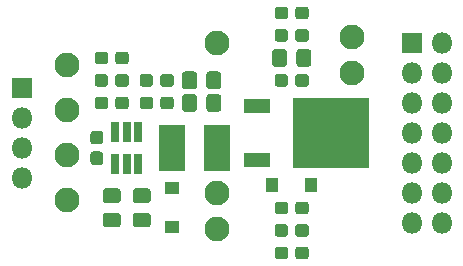
<source format=gbr>
G04 #@! TF.GenerationSoftware,KiCad,Pcbnew,(5.1.2)-2*
G04 #@! TF.CreationDate,2019-08-30T16:50:20-04:00*
G04 #@! TF.ProjectId,Buck Converter SubBoard 0-2,4275636b-2043-46f6-9e76-657274657220,rev?*
G04 #@! TF.SameCoordinates,Original*
G04 #@! TF.FileFunction,Soldermask,Top*
G04 #@! TF.FilePolarity,Negative*
%FSLAX46Y46*%
G04 Gerber Fmt 4.6, Leading zero omitted, Abs format (unit mm)*
G04 Created by KiCad (PCBNEW (5.1.2)-2) date 2019-08-30 16:50:20*
%MOMM*%
%LPD*%
G04 APERTURE LIST*
%ADD10C,0.100000*%
%ADD11C,1.251600*%
%ADD12C,1.051600*%
%ADD13R,1.301600X1.001600*%
%ADD14R,1.801600X1.801600*%
%ADD15O,1.801600X1.801600*%
%ADD16R,2.301600X4.001600*%
%ADD17C,2.101600*%
%ADD18R,0.751600X1.661600*%
%ADD19R,2.301600X1.301600*%
%ADD20R,6.501600X5.901600*%
%ADD21R,1.001600X1.301600*%
G04 APERTURE END LIST*
D10*
G04 #@! TO.C,C1*
G36*
X98295383Y-106300510D02*
G01*
X98321795Y-106304428D01*
X98347696Y-106310916D01*
X98372837Y-106319911D01*
X98396974Y-106331328D01*
X98419877Y-106345055D01*
X98441324Y-106360961D01*
X98461108Y-106378892D01*
X98479039Y-106398676D01*
X98494945Y-106420123D01*
X98508672Y-106443026D01*
X98520089Y-106467163D01*
X98529084Y-106492304D01*
X98535572Y-106518205D01*
X98539490Y-106544617D01*
X98540800Y-106571286D01*
X98540800Y-107278714D01*
X98539490Y-107305383D01*
X98535572Y-107331795D01*
X98529084Y-107357696D01*
X98520089Y-107382837D01*
X98508672Y-107406974D01*
X98494945Y-107429877D01*
X98479039Y-107451324D01*
X98461108Y-107471108D01*
X98441324Y-107489039D01*
X98419877Y-107504945D01*
X98396974Y-107518672D01*
X98372837Y-107530089D01*
X98347696Y-107539084D01*
X98321795Y-107545572D01*
X98295383Y-107549490D01*
X98268714Y-107550800D01*
X97311286Y-107550800D01*
X97284617Y-107549490D01*
X97258205Y-107545572D01*
X97232304Y-107539084D01*
X97207163Y-107530089D01*
X97183026Y-107518672D01*
X97160123Y-107504945D01*
X97138676Y-107489039D01*
X97118892Y-107471108D01*
X97100961Y-107451324D01*
X97085055Y-107429877D01*
X97071328Y-107406974D01*
X97059911Y-107382837D01*
X97050916Y-107357696D01*
X97044428Y-107331795D01*
X97040510Y-107305383D01*
X97039200Y-107278714D01*
X97039200Y-106571286D01*
X97040510Y-106544617D01*
X97044428Y-106518205D01*
X97050916Y-106492304D01*
X97059911Y-106467163D01*
X97071328Y-106443026D01*
X97085055Y-106420123D01*
X97100961Y-106398676D01*
X97118892Y-106378892D01*
X97138676Y-106360961D01*
X97160123Y-106345055D01*
X97183026Y-106331328D01*
X97207163Y-106319911D01*
X97232304Y-106310916D01*
X97258205Y-106304428D01*
X97284617Y-106300510D01*
X97311286Y-106299200D01*
X98268714Y-106299200D01*
X98295383Y-106300510D01*
X98295383Y-106300510D01*
G37*
D11*
X97790000Y-106925000D03*
D10*
G36*
X98295383Y-108350510D02*
G01*
X98321795Y-108354428D01*
X98347696Y-108360916D01*
X98372837Y-108369911D01*
X98396974Y-108381328D01*
X98419877Y-108395055D01*
X98441324Y-108410961D01*
X98461108Y-108428892D01*
X98479039Y-108448676D01*
X98494945Y-108470123D01*
X98508672Y-108493026D01*
X98520089Y-108517163D01*
X98529084Y-108542304D01*
X98535572Y-108568205D01*
X98539490Y-108594617D01*
X98540800Y-108621286D01*
X98540800Y-109328714D01*
X98539490Y-109355383D01*
X98535572Y-109381795D01*
X98529084Y-109407696D01*
X98520089Y-109432837D01*
X98508672Y-109456974D01*
X98494945Y-109479877D01*
X98479039Y-109501324D01*
X98461108Y-109521108D01*
X98441324Y-109539039D01*
X98419877Y-109554945D01*
X98396974Y-109568672D01*
X98372837Y-109580089D01*
X98347696Y-109589084D01*
X98321795Y-109595572D01*
X98295383Y-109599490D01*
X98268714Y-109600800D01*
X97311286Y-109600800D01*
X97284617Y-109599490D01*
X97258205Y-109595572D01*
X97232304Y-109589084D01*
X97207163Y-109580089D01*
X97183026Y-109568672D01*
X97160123Y-109554945D01*
X97138676Y-109539039D01*
X97118892Y-109521108D01*
X97100961Y-109501324D01*
X97085055Y-109479877D01*
X97071328Y-109456974D01*
X97059911Y-109432837D01*
X97050916Y-109407696D01*
X97044428Y-109381795D01*
X97040510Y-109355383D01*
X97039200Y-109328714D01*
X97039200Y-108621286D01*
X97040510Y-108594617D01*
X97044428Y-108568205D01*
X97050916Y-108542304D01*
X97059911Y-108517163D01*
X97071328Y-108493026D01*
X97085055Y-108470123D01*
X97100961Y-108448676D01*
X97118892Y-108428892D01*
X97138676Y-108410961D01*
X97160123Y-108395055D01*
X97183026Y-108381328D01*
X97207163Y-108369911D01*
X97232304Y-108360916D01*
X97258205Y-108354428D01*
X97284617Y-108350510D01*
X97311286Y-108349200D01*
X98268714Y-108349200D01*
X98295383Y-108350510D01*
X98295383Y-108350510D01*
G37*
D11*
X97790000Y-108975000D03*
G04 #@! TD*
D10*
G04 #@! TO.C,C2*
G36*
X95755383Y-106300510D02*
G01*
X95781795Y-106304428D01*
X95807696Y-106310916D01*
X95832837Y-106319911D01*
X95856974Y-106331328D01*
X95879877Y-106345055D01*
X95901324Y-106360961D01*
X95921108Y-106378892D01*
X95939039Y-106398676D01*
X95954945Y-106420123D01*
X95968672Y-106443026D01*
X95980089Y-106467163D01*
X95989084Y-106492304D01*
X95995572Y-106518205D01*
X95999490Y-106544617D01*
X96000800Y-106571286D01*
X96000800Y-107278714D01*
X95999490Y-107305383D01*
X95995572Y-107331795D01*
X95989084Y-107357696D01*
X95980089Y-107382837D01*
X95968672Y-107406974D01*
X95954945Y-107429877D01*
X95939039Y-107451324D01*
X95921108Y-107471108D01*
X95901324Y-107489039D01*
X95879877Y-107504945D01*
X95856974Y-107518672D01*
X95832837Y-107530089D01*
X95807696Y-107539084D01*
X95781795Y-107545572D01*
X95755383Y-107549490D01*
X95728714Y-107550800D01*
X94771286Y-107550800D01*
X94744617Y-107549490D01*
X94718205Y-107545572D01*
X94692304Y-107539084D01*
X94667163Y-107530089D01*
X94643026Y-107518672D01*
X94620123Y-107504945D01*
X94598676Y-107489039D01*
X94578892Y-107471108D01*
X94560961Y-107451324D01*
X94545055Y-107429877D01*
X94531328Y-107406974D01*
X94519911Y-107382837D01*
X94510916Y-107357696D01*
X94504428Y-107331795D01*
X94500510Y-107305383D01*
X94499200Y-107278714D01*
X94499200Y-106571286D01*
X94500510Y-106544617D01*
X94504428Y-106518205D01*
X94510916Y-106492304D01*
X94519911Y-106467163D01*
X94531328Y-106443026D01*
X94545055Y-106420123D01*
X94560961Y-106398676D01*
X94578892Y-106378892D01*
X94598676Y-106360961D01*
X94620123Y-106345055D01*
X94643026Y-106331328D01*
X94667163Y-106319911D01*
X94692304Y-106310916D01*
X94718205Y-106304428D01*
X94744617Y-106300510D01*
X94771286Y-106299200D01*
X95728714Y-106299200D01*
X95755383Y-106300510D01*
X95755383Y-106300510D01*
G37*
D11*
X95250000Y-106925000D03*
D10*
G36*
X95755383Y-108350510D02*
G01*
X95781795Y-108354428D01*
X95807696Y-108360916D01*
X95832837Y-108369911D01*
X95856974Y-108381328D01*
X95879877Y-108395055D01*
X95901324Y-108410961D01*
X95921108Y-108428892D01*
X95939039Y-108448676D01*
X95954945Y-108470123D01*
X95968672Y-108493026D01*
X95980089Y-108517163D01*
X95989084Y-108542304D01*
X95995572Y-108568205D01*
X95999490Y-108594617D01*
X96000800Y-108621286D01*
X96000800Y-109328714D01*
X95999490Y-109355383D01*
X95995572Y-109381795D01*
X95989084Y-109407696D01*
X95980089Y-109432837D01*
X95968672Y-109456974D01*
X95954945Y-109479877D01*
X95939039Y-109501324D01*
X95921108Y-109521108D01*
X95901324Y-109539039D01*
X95879877Y-109554945D01*
X95856974Y-109568672D01*
X95832837Y-109580089D01*
X95807696Y-109589084D01*
X95781795Y-109595572D01*
X95755383Y-109599490D01*
X95728714Y-109600800D01*
X94771286Y-109600800D01*
X94744617Y-109599490D01*
X94718205Y-109595572D01*
X94692304Y-109589084D01*
X94667163Y-109580089D01*
X94643026Y-109568672D01*
X94620123Y-109554945D01*
X94598676Y-109539039D01*
X94578892Y-109521108D01*
X94560961Y-109501324D01*
X94545055Y-109479877D01*
X94531328Y-109456974D01*
X94519911Y-109432837D01*
X94510916Y-109407696D01*
X94504428Y-109381795D01*
X94500510Y-109355383D01*
X94499200Y-109328714D01*
X94499200Y-108621286D01*
X94500510Y-108594617D01*
X94504428Y-108568205D01*
X94510916Y-108542304D01*
X94519911Y-108517163D01*
X94531328Y-108493026D01*
X94545055Y-108470123D01*
X94560961Y-108448676D01*
X94578892Y-108428892D01*
X94598676Y-108410961D01*
X94620123Y-108395055D01*
X94643026Y-108381328D01*
X94667163Y-108369911D01*
X94692304Y-108360916D01*
X94718205Y-108354428D01*
X94744617Y-108350510D01*
X94771286Y-108349200D01*
X95728714Y-108349200D01*
X95755383Y-108350510D01*
X95755383Y-108350510D01*
G37*
D11*
X95250000Y-108975000D03*
G04 #@! TD*
D10*
G04 #@! TO.C,C3*
G36*
X98523669Y-98535466D02*
G01*
X98549189Y-98539252D01*
X98574216Y-98545520D01*
X98598507Y-98554212D01*
X98621830Y-98565243D01*
X98643959Y-98578507D01*
X98664682Y-98593876D01*
X98683798Y-98611202D01*
X98701124Y-98630318D01*
X98716493Y-98651041D01*
X98729757Y-98673170D01*
X98740788Y-98696493D01*
X98749480Y-98720784D01*
X98755748Y-98745811D01*
X98759534Y-98771331D01*
X98760800Y-98797100D01*
X98760800Y-99322900D01*
X98759534Y-99348669D01*
X98755748Y-99374189D01*
X98749480Y-99399216D01*
X98740788Y-99423507D01*
X98729757Y-99446830D01*
X98716493Y-99468959D01*
X98701124Y-99489682D01*
X98683798Y-99508798D01*
X98664682Y-99526124D01*
X98643959Y-99541493D01*
X98621830Y-99554757D01*
X98598507Y-99565788D01*
X98574216Y-99574480D01*
X98549189Y-99580748D01*
X98523669Y-99584534D01*
X98497900Y-99585800D01*
X97872100Y-99585800D01*
X97846331Y-99584534D01*
X97820811Y-99580748D01*
X97795784Y-99574480D01*
X97771493Y-99565788D01*
X97748170Y-99554757D01*
X97726041Y-99541493D01*
X97705318Y-99526124D01*
X97686202Y-99508798D01*
X97668876Y-99489682D01*
X97653507Y-99468959D01*
X97640243Y-99446830D01*
X97629212Y-99423507D01*
X97620520Y-99399216D01*
X97614252Y-99374189D01*
X97610466Y-99348669D01*
X97609200Y-99322900D01*
X97609200Y-98797100D01*
X97610466Y-98771331D01*
X97614252Y-98745811D01*
X97620520Y-98720784D01*
X97629212Y-98696493D01*
X97640243Y-98673170D01*
X97653507Y-98651041D01*
X97668876Y-98630318D01*
X97686202Y-98611202D01*
X97705318Y-98593876D01*
X97726041Y-98578507D01*
X97748170Y-98565243D01*
X97771493Y-98554212D01*
X97795784Y-98545520D01*
X97820811Y-98539252D01*
X97846331Y-98535466D01*
X97872100Y-98534200D01*
X98497900Y-98534200D01*
X98523669Y-98535466D01*
X98523669Y-98535466D01*
G37*
D12*
X98185000Y-99060000D03*
D10*
G36*
X100273669Y-98535466D02*
G01*
X100299189Y-98539252D01*
X100324216Y-98545520D01*
X100348507Y-98554212D01*
X100371830Y-98565243D01*
X100393959Y-98578507D01*
X100414682Y-98593876D01*
X100433798Y-98611202D01*
X100451124Y-98630318D01*
X100466493Y-98651041D01*
X100479757Y-98673170D01*
X100490788Y-98696493D01*
X100499480Y-98720784D01*
X100505748Y-98745811D01*
X100509534Y-98771331D01*
X100510800Y-98797100D01*
X100510800Y-99322900D01*
X100509534Y-99348669D01*
X100505748Y-99374189D01*
X100499480Y-99399216D01*
X100490788Y-99423507D01*
X100479757Y-99446830D01*
X100466493Y-99468959D01*
X100451124Y-99489682D01*
X100433798Y-99508798D01*
X100414682Y-99526124D01*
X100393959Y-99541493D01*
X100371830Y-99554757D01*
X100348507Y-99565788D01*
X100324216Y-99574480D01*
X100299189Y-99580748D01*
X100273669Y-99584534D01*
X100247900Y-99585800D01*
X99622100Y-99585800D01*
X99596331Y-99584534D01*
X99570811Y-99580748D01*
X99545784Y-99574480D01*
X99521493Y-99565788D01*
X99498170Y-99554757D01*
X99476041Y-99541493D01*
X99455318Y-99526124D01*
X99436202Y-99508798D01*
X99418876Y-99489682D01*
X99403507Y-99468959D01*
X99390243Y-99446830D01*
X99379212Y-99423507D01*
X99370520Y-99399216D01*
X99364252Y-99374189D01*
X99360466Y-99348669D01*
X99359200Y-99322900D01*
X99359200Y-98797100D01*
X99360466Y-98771331D01*
X99364252Y-98745811D01*
X99370520Y-98720784D01*
X99379212Y-98696493D01*
X99390243Y-98673170D01*
X99403507Y-98651041D01*
X99418876Y-98630318D01*
X99436202Y-98611202D01*
X99455318Y-98593876D01*
X99476041Y-98578507D01*
X99498170Y-98565243D01*
X99521493Y-98554212D01*
X99545784Y-98545520D01*
X99570811Y-98539252D01*
X99596331Y-98535466D01*
X99622100Y-98534200D01*
X100247900Y-98534200D01*
X100273669Y-98535466D01*
X100273669Y-98535466D01*
G37*
D12*
X99935000Y-99060000D03*
G04 #@! TD*
D10*
G04 #@! TO.C,C4*
G36*
X104275383Y-96405510D02*
G01*
X104301795Y-96409428D01*
X104327696Y-96415916D01*
X104352837Y-96424911D01*
X104376974Y-96436328D01*
X104399877Y-96450055D01*
X104421324Y-96465961D01*
X104441108Y-96483892D01*
X104459039Y-96503676D01*
X104474945Y-96525123D01*
X104488672Y-96548026D01*
X104500089Y-96572163D01*
X104509084Y-96597304D01*
X104515572Y-96623205D01*
X104519490Y-96649617D01*
X104520800Y-96676286D01*
X104520800Y-97633714D01*
X104519490Y-97660383D01*
X104515572Y-97686795D01*
X104509084Y-97712696D01*
X104500089Y-97737837D01*
X104488672Y-97761974D01*
X104474945Y-97784877D01*
X104459039Y-97806324D01*
X104441108Y-97826108D01*
X104421324Y-97844039D01*
X104399877Y-97859945D01*
X104376974Y-97873672D01*
X104352837Y-97885089D01*
X104327696Y-97894084D01*
X104301795Y-97900572D01*
X104275383Y-97904490D01*
X104248714Y-97905800D01*
X103541286Y-97905800D01*
X103514617Y-97904490D01*
X103488205Y-97900572D01*
X103462304Y-97894084D01*
X103437163Y-97885089D01*
X103413026Y-97873672D01*
X103390123Y-97859945D01*
X103368676Y-97844039D01*
X103348892Y-97826108D01*
X103330961Y-97806324D01*
X103315055Y-97784877D01*
X103301328Y-97761974D01*
X103289911Y-97737837D01*
X103280916Y-97712696D01*
X103274428Y-97686795D01*
X103270510Y-97660383D01*
X103269200Y-97633714D01*
X103269200Y-96676286D01*
X103270510Y-96649617D01*
X103274428Y-96623205D01*
X103280916Y-96597304D01*
X103289911Y-96572163D01*
X103301328Y-96548026D01*
X103315055Y-96525123D01*
X103330961Y-96503676D01*
X103348892Y-96483892D01*
X103368676Y-96465961D01*
X103390123Y-96450055D01*
X103413026Y-96436328D01*
X103437163Y-96424911D01*
X103462304Y-96415916D01*
X103488205Y-96409428D01*
X103514617Y-96405510D01*
X103541286Y-96404200D01*
X104248714Y-96404200D01*
X104275383Y-96405510D01*
X104275383Y-96405510D01*
G37*
D11*
X103895000Y-97155000D03*
D10*
G36*
X102225383Y-96405510D02*
G01*
X102251795Y-96409428D01*
X102277696Y-96415916D01*
X102302837Y-96424911D01*
X102326974Y-96436328D01*
X102349877Y-96450055D01*
X102371324Y-96465961D01*
X102391108Y-96483892D01*
X102409039Y-96503676D01*
X102424945Y-96525123D01*
X102438672Y-96548026D01*
X102450089Y-96572163D01*
X102459084Y-96597304D01*
X102465572Y-96623205D01*
X102469490Y-96649617D01*
X102470800Y-96676286D01*
X102470800Y-97633714D01*
X102469490Y-97660383D01*
X102465572Y-97686795D01*
X102459084Y-97712696D01*
X102450089Y-97737837D01*
X102438672Y-97761974D01*
X102424945Y-97784877D01*
X102409039Y-97806324D01*
X102391108Y-97826108D01*
X102371324Y-97844039D01*
X102349877Y-97859945D01*
X102326974Y-97873672D01*
X102302837Y-97885089D01*
X102277696Y-97894084D01*
X102251795Y-97900572D01*
X102225383Y-97904490D01*
X102198714Y-97905800D01*
X101491286Y-97905800D01*
X101464617Y-97904490D01*
X101438205Y-97900572D01*
X101412304Y-97894084D01*
X101387163Y-97885089D01*
X101363026Y-97873672D01*
X101340123Y-97859945D01*
X101318676Y-97844039D01*
X101298892Y-97826108D01*
X101280961Y-97806324D01*
X101265055Y-97784877D01*
X101251328Y-97761974D01*
X101239911Y-97737837D01*
X101230916Y-97712696D01*
X101224428Y-97686795D01*
X101220510Y-97660383D01*
X101219200Y-97633714D01*
X101219200Y-96676286D01*
X101220510Y-96649617D01*
X101224428Y-96623205D01*
X101230916Y-96597304D01*
X101239911Y-96572163D01*
X101251328Y-96548026D01*
X101265055Y-96525123D01*
X101280961Y-96503676D01*
X101298892Y-96483892D01*
X101318676Y-96465961D01*
X101340123Y-96450055D01*
X101363026Y-96436328D01*
X101387163Y-96424911D01*
X101412304Y-96415916D01*
X101438205Y-96409428D01*
X101464617Y-96405510D01*
X101491286Y-96404200D01*
X102198714Y-96404200D01*
X102225383Y-96405510D01*
X102225383Y-96405510D01*
G37*
D11*
X101845000Y-97155000D03*
G04 #@! TD*
D10*
G04 #@! TO.C,C5*
G36*
X102225383Y-98310510D02*
G01*
X102251795Y-98314428D01*
X102277696Y-98320916D01*
X102302837Y-98329911D01*
X102326974Y-98341328D01*
X102349877Y-98355055D01*
X102371324Y-98370961D01*
X102391108Y-98388892D01*
X102409039Y-98408676D01*
X102424945Y-98430123D01*
X102438672Y-98453026D01*
X102450089Y-98477163D01*
X102459084Y-98502304D01*
X102465572Y-98528205D01*
X102469490Y-98554617D01*
X102470800Y-98581286D01*
X102470800Y-99538714D01*
X102469490Y-99565383D01*
X102465572Y-99591795D01*
X102459084Y-99617696D01*
X102450089Y-99642837D01*
X102438672Y-99666974D01*
X102424945Y-99689877D01*
X102409039Y-99711324D01*
X102391108Y-99731108D01*
X102371324Y-99749039D01*
X102349877Y-99764945D01*
X102326974Y-99778672D01*
X102302837Y-99790089D01*
X102277696Y-99799084D01*
X102251795Y-99805572D01*
X102225383Y-99809490D01*
X102198714Y-99810800D01*
X101491286Y-99810800D01*
X101464617Y-99809490D01*
X101438205Y-99805572D01*
X101412304Y-99799084D01*
X101387163Y-99790089D01*
X101363026Y-99778672D01*
X101340123Y-99764945D01*
X101318676Y-99749039D01*
X101298892Y-99731108D01*
X101280961Y-99711324D01*
X101265055Y-99689877D01*
X101251328Y-99666974D01*
X101239911Y-99642837D01*
X101230916Y-99617696D01*
X101224428Y-99591795D01*
X101220510Y-99565383D01*
X101219200Y-99538714D01*
X101219200Y-98581286D01*
X101220510Y-98554617D01*
X101224428Y-98528205D01*
X101230916Y-98502304D01*
X101239911Y-98477163D01*
X101251328Y-98453026D01*
X101265055Y-98430123D01*
X101280961Y-98408676D01*
X101298892Y-98388892D01*
X101318676Y-98370961D01*
X101340123Y-98355055D01*
X101363026Y-98341328D01*
X101387163Y-98329911D01*
X101412304Y-98320916D01*
X101438205Y-98314428D01*
X101464617Y-98310510D01*
X101491286Y-98309200D01*
X102198714Y-98309200D01*
X102225383Y-98310510D01*
X102225383Y-98310510D01*
G37*
D11*
X101845000Y-99060000D03*
D10*
G36*
X104275383Y-98310510D02*
G01*
X104301795Y-98314428D01*
X104327696Y-98320916D01*
X104352837Y-98329911D01*
X104376974Y-98341328D01*
X104399877Y-98355055D01*
X104421324Y-98370961D01*
X104441108Y-98388892D01*
X104459039Y-98408676D01*
X104474945Y-98430123D01*
X104488672Y-98453026D01*
X104500089Y-98477163D01*
X104509084Y-98502304D01*
X104515572Y-98528205D01*
X104519490Y-98554617D01*
X104520800Y-98581286D01*
X104520800Y-99538714D01*
X104519490Y-99565383D01*
X104515572Y-99591795D01*
X104509084Y-99617696D01*
X104500089Y-99642837D01*
X104488672Y-99666974D01*
X104474945Y-99689877D01*
X104459039Y-99711324D01*
X104441108Y-99731108D01*
X104421324Y-99749039D01*
X104399877Y-99764945D01*
X104376974Y-99778672D01*
X104352837Y-99790089D01*
X104327696Y-99799084D01*
X104301795Y-99805572D01*
X104275383Y-99809490D01*
X104248714Y-99810800D01*
X103541286Y-99810800D01*
X103514617Y-99809490D01*
X103488205Y-99805572D01*
X103462304Y-99799084D01*
X103437163Y-99790089D01*
X103413026Y-99778672D01*
X103390123Y-99764945D01*
X103368676Y-99749039D01*
X103348892Y-99731108D01*
X103330961Y-99711324D01*
X103315055Y-99689877D01*
X103301328Y-99666974D01*
X103289911Y-99642837D01*
X103280916Y-99617696D01*
X103274428Y-99591795D01*
X103270510Y-99565383D01*
X103269200Y-99538714D01*
X103269200Y-98581286D01*
X103270510Y-98554617D01*
X103274428Y-98528205D01*
X103280916Y-98502304D01*
X103289911Y-98477163D01*
X103301328Y-98453026D01*
X103315055Y-98430123D01*
X103330961Y-98408676D01*
X103348892Y-98388892D01*
X103368676Y-98370961D01*
X103390123Y-98355055D01*
X103413026Y-98341328D01*
X103437163Y-98329911D01*
X103462304Y-98320916D01*
X103488205Y-98314428D01*
X103514617Y-98310510D01*
X103541286Y-98309200D01*
X104248714Y-98309200D01*
X104275383Y-98310510D01*
X104275383Y-98310510D01*
G37*
D11*
X103895000Y-99060000D03*
G04 #@! TD*
D10*
G04 #@! TO.C,C6*
G36*
X111703669Y-107425466D02*
G01*
X111729189Y-107429252D01*
X111754216Y-107435520D01*
X111778507Y-107444212D01*
X111801830Y-107455243D01*
X111823959Y-107468507D01*
X111844682Y-107483876D01*
X111863798Y-107501202D01*
X111881124Y-107520318D01*
X111896493Y-107541041D01*
X111909757Y-107563170D01*
X111920788Y-107586493D01*
X111929480Y-107610784D01*
X111935748Y-107635811D01*
X111939534Y-107661331D01*
X111940800Y-107687100D01*
X111940800Y-108212900D01*
X111939534Y-108238669D01*
X111935748Y-108264189D01*
X111929480Y-108289216D01*
X111920788Y-108313507D01*
X111909757Y-108336830D01*
X111896493Y-108358959D01*
X111881124Y-108379682D01*
X111863798Y-108398798D01*
X111844682Y-108416124D01*
X111823959Y-108431493D01*
X111801830Y-108444757D01*
X111778507Y-108455788D01*
X111754216Y-108464480D01*
X111729189Y-108470748D01*
X111703669Y-108474534D01*
X111677900Y-108475800D01*
X111052100Y-108475800D01*
X111026331Y-108474534D01*
X111000811Y-108470748D01*
X110975784Y-108464480D01*
X110951493Y-108455788D01*
X110928170Y-108444757D01*
X110906041Y-108431493D01*
X110885318Y-108416124D01*
X110866202Y-108398798D01*
X110848876Y-108379682D01*
X110833507Y-108358959D01*
X110820243Y-108336830D01*
X110809212Y-108313507D01*
X110800520Y-108289216D01*
X110794252Y-108264189D01*
X110790466Y-108238669D01*
X110789200Y-108212900D01*
X110789200Y-107687100D01*
X110790466Y-107661331D01*
X110794252Y-107635811D01*
X110800520Y-107610784D01*
X110809212Y-107586493D01*
X110820243Y-107563170D01*
X110833507Y-107541041D01*
X110848876Y-107520318D01*
X110866202Y-107501202D01*
X110885318Y-107483876D01*
X110906041Y-107468507D01*
X110928170Y-107455243D01*
X110951493Y-107444212D01*
X110975784Y-107435520D01*
X111000811Y-107429252D01*
X111026331Y-107425466D01*
X111052100Y-107424200D01*
X111677900Y-107424200D01*
X111703669Y-107425466D01*
X111703669Y-107425466D01*
G37*
D12*
X111365000Y-107950000D03*
D10*
G36*
X109953669Y-107425466D02*
G01*
X109979189Y-107429252D01*
X110004216Y-107435520D01*
X110028507Y-107444212D01*
X110051830Y-107455243D01*
X110073959Y-107468507D01*
X110094682Y-107483876D01*
X110113798Y-107501202D01*
X110131124Y-107520318D01*
X110146493Y-107541041D01*
X110159757Y-107563170D01*
X110170788Y-107586493D01*
X110179480Y-107610784D01*
X110185748Y-107635811D01*
X110189534Y-107661331D01*
X110190800Y-107687100D01*
X110190800Y-108212900D01*
X110189534Y-108238669D01*
X110185748Y-108264189D01*
X110179480Y-108289216D01*
X110170788Y-108313507D01*
X110159757Y-108336830D01*
X110146493Y-108358959D01*
X110131124Y-108379682D01*
X110113798Y-108398798D01*
X110094682Y-108416124D01*
X110073959Y-108431493D01*
X110051830Y-108444757D01*
X110028507Y-108455788D01*
X110004216Y-108464480D01*
X109979189Y-108470748D01*
X109953669Y-108474534D01*
X109927900Y-108475800D01*
X109302100Y-108475800D01*
X109276331Y-108474534D01*
X109250811Y-108470748D01*
X109225784Y-108464480D01*
X109201493Y-108455788D01*
X109178170Y-108444757D01*
X109156041Y-108431493D01*
X109135318Y-108416124D01*
X109116202Y-108398798D01*
X109098876Y-108379682D01*
X109083507Y-108358959D01*
X109070243Y-108336830D01*
X109059212Y-108313507D01*
X109050520Y-108289216D01*
X109044252Y-108264189D01*
X109040466Y-108238669D01*
X109039200Y-108212900D01*
X109039200Y-107687100D01*
X109040466Y-107661331D01*
X109044252Y-107635811D01*
X109050520Y-107610784D01*
X109059212Y-107586493D01*
X109070243Y-107563170D01*
X109083507Y-107541041D01*
X109098876Y-107520318D01*
X109116202Y-107501202D01*
X109135318Y-107483876D01*
X109156041Y-107468507D01*
X109178170Y-107455243D01*
X109201493Y-107444212D01*
X109225784Y-107435520D01*
X109250811Y-107429252D01*
X109276331Y-107425466D01*
X109302100Y-107424200D01*
X109927900Y-107424200D01*
X109953669Y-107425466D01*
X109953669Y-107425466D01*
G37*
D12*
X109615000Y-107950000D03*
G04 #@! TD*
D10*
G04 #@! TO.C,C7*
G36*
X109845383Y-94500510D02*
G01*
X109871795Y-94504428D01*
X109897696Y-94510916D01*
X109922837Y-94519911D01*
X109946974Y-94531328D01*
X109969877Y-94545055D01*
X109991324Y-94560961D01*
X110011108Y-94578892D01*
X110029039Y-94598676D01*
X110044945Y-94620123D01*
X110058672Y-94643026D01*
X110070089Y-94667163D01*
X110079084Y-94692304D01*
X110085572Y-94718205D01*
X110089490Y-94744617D01*
X110090800Y-94771286D01*
X110090800Y-95728714D01*
X110089490Y-95755383D01*
X110085572Y-95781795D01*
X110079084Y-95807696D01*
X110070089Y-95832837D01*
X110058672Y-95856974D01*
X110044945Y-95879877D01*
X110029039Y-95901324D01*
X110011108Y-95921108D01*
X109991324Y-95939039D01*
X109969877Y-95954945D01*
X109946974Y-95968672D01*
X109922837Y-95980089D01*
X109897696Y-95989084D01*
X109871795Y-95995572D01*
X109845383Y-95999490D01*
X109818714Y-96000800D01*
X109111286Y-96000800D01*
X109084617Y-95999490D01*
X109058205Y-95995572D01*
X109032304Y-95989084D01*
X109007163Y-95980089D01*
X108983026Y-95968672D01*
X108960123Y-95954945D01*
X108938676Y-95939039D01*
X108918892Y-95921108D01*
X108900961Y-95901324D01*
X108885055Y-95879877D01*
X108871328Y-95856974D01*
X108859911Y-95832837D01*
X108850916Y-95807696D01*
X108844428Y-95781795D01*
X108840510Y-95755383D01*
X108839200Y-95728714D01*
X108839200Y-94771286D01*
X108840510Y-94744617D01*
X108844428Y-94718205D01*
X108850916Y-94692304D01*
X108859911Y-94667163D01*
X108871328Y-94643026D01*
X108885055Y-94620123D01*
X108900961Y-94598676D01*
X108918892Y-94578892D01*
X108938676Y-94560961D01*
X108960123Y-94545055D01*
X108983026Y-94531328D01*
X109007163Y-94519911D01*
X109032304Y-94510916D01*
X109058205Y-94504428D01*
X109084617Y-94500510D01*
X109111286Y-94499200D01*
X109818714Y-94499200D01*
X109845383Y-94500510D01*
X109845383Y-94500510D01*
G37*
D11*
X109465000Y-95250000D03*
D10*
G36*
X111895383Y-94500510D02*
G01*
X111921795Y-94504428D01*
X111947696Y-94510916D01*
X111972837Y-94519911D01*
X111996974Y-94531328D01*
X112019877Y-94545055D01*
X112041324Y-94560961D01*
X112061108Y-94578892D01*
X112079039Y-94598676D01*
X112094945Y-94620123D01*
X112108672Y-94643026D01*
X112120089Y-94667163D01*
X112129084Y-94692304D01*
X112135572Y-94718205D01*
X112139490Y-94744617D01*
X112140800Y-94771286D01*
X112140800Y-95728714D01*
X112139490Y-95755383D01*
X112135572Y-95781795D01*
X112129084Y-95807696D01*
X112120089Y-95832837D01*
X112108672Y-95856974D01*
X112094945Y-95879877D01*
X112079039Y-95901324D01*
X112061108Y-95921108D01*
X112041324Y-95939039D01*
X112019877Y-95954945D01*
X111996974Y-95968672D01*
X111972837Y-95980089D01*
X111947696Y-95989084D01*
X111921795Y-95995572D01*
X111895383Y-95999490D01*
X111868714Y-96000800D01*
X111161286Y-96000800D01*
X111134617Y-95999490D01*
X111108205Y-95995572D01*
X111082304Y-95989084D01*
X111057163Y-95980089D01*
X111033026Y-95968672D01*
X111010123Y-95954945D01*
X110988676Y-95939039D01*
X110968892Y-95921108D01*
X110950961Y-95901324D01*
X110935055Y-95879877D01*
X110921328Y-95856974D01*
X110909911Y-95832837D01*
X110900916Y-95807696D01*
X110894428Y-95781795D01*
X110890510Y-95755383D01*
X110889200Y-95728714D01*
X110889200Y-94771286D01*
X110890510Y-94744617D01*
X110894428Y-94718205D01*
X110900916Y-94692304D01*
X110909911Y-94667163D01*
X110921328Y-94643026D01*
X110935055Y-94620123D01*
X110950961Y-94598676D01*
X110968892Y-94578892D01*
X110988676Y-94560961D01*
X111010123Y-94545055D01*
X111033026Y-94531328D01*
X111057163Y-94519911D01*
X111082304Y-94510916D01*
X111108205Y-94504428D01*
X111134617Y-94500510D01*
X111161286Y-94499200D01*
X111868714Y-94499200D01*
X111895383Y-94500510D01*
X111895383Y-94500510D01*
G37*
D11*
X111515000Y-95250000D03*
G04 #@! TD*
D10*
G04 #@! TO.C,C8*
G36*
X111703669Y-96630466D02*
G01*
X111729189Y-96634252D01*
X111754216Y-96640520D01*
X111778507Y-96649212D01*
X111801830Y-96660243D01*
X111823959Y-96673507D01*
X111844682Y-96688876D01*
X111863798Y-96706202D01*
X111881124Y-96725318D01*
X111896493Y-96746041D01*
X111909757Y-96768170D01*
X111920788Y-96791493D01*
X111929480Y-96815784D01*
X111935748Y-96840811D01*
X111939534Y-96866331D01*
X111940800Y-96892100D01*
X111940800Y-97417900D01*
X111939534Y-97443669D01*
X111935748Y-97469189D01*
X111929480Y-97494216D01*
X111920788Y-97518507D01*
X111909757Y-97541830D01*
X111896493Y-97563959D01*
X111881124Y-97584682D01*
X111863798Y-97603798D01*
X111844682Y-97621124D01*
X111823959Y-97636493D01*
X111801830Y-97649757D01*
X111778507Y-97660788D01*
X111754216Y-97669480D01*
X111729189Y-97675748D01*
X111703669Y-97679534D01*
X111677900Y-97680800D01*
X111052100Y-97680800D01*
X111026331Y-97679534D01*
X111000811Y-97675748D01*
X110975784Y-97669480D01*
X110951493Y-97660788D01*
X110928170Y-97649757D01*
X110906041Y-97636493D01*
X110885318Y-97621124D01*
X110866202Y-97603798D01*
X110848876Y-97584682D01*
X110833507Y-97563959D01*
X110820243Y-97541830D01*
X110809212Y-97518507D01*
X110800520Y-97494216D01*
X110794252Y-97469189D01*
X110790466Y-97443669D01*
X110789200Y-97417900D01*
X110789200Y-96892100D01*
X110790466Y-96866331D01*
X110794252Y-96840811D01*
X110800520Y-96815784D01*
X110809212Y-96791493D01*
X110820243Y-96768170D01*
X110833507Y-96746041D01*
X110848876Y-96725318D01*
X110866202Y-96706202D01*
X110885318Y-96688876D01*
X110906041Y-96673507D01*
X110928170Y-96660243D01*
X110951493Y-96649212D01*
X110975784Y-96640520D01*
X111000811Y-96634252D01*
X111026331Y-96630466D01*
X111052100Y-96629200D01*
X111677900Y-96629200D01*
X111703669Y-96630466D01*
X111703669Y-96630466D01*
G37*
D12*
X111365000Y-97155000D03*
D10*
G36*
X109953669Y-96630466D02*
G01*
X109979189Y-96634252D01*
X110004216Y-96640520D01*
X110028507Y-96649212D01*
X110051830Y-96660243D01*
X110073959Y-96673507D01*
X110094682Y-96688876D01*
X110113798Y-96706202D01*
X110131124Y-96725318D01*
X110146493Y-96746041D01*
X110159757Y-96768170D01*
X110170788Y-96791493D01*
X110179480Y-96815784D01*
X110185748Y-96840811D01*
X110189534Y-96866331D01*
X110190800Y-96892100D01*
X110190800Y-97417900D01*
X110189534Y-97443669D01*
X110185748Y-97469189D01*
X110179480Y-97494216D01*
X110170788Y-97518507D01*
X110159757Y-97541830D01*
X110146493Y-97563959D01*
X110131124Y-97584682D01*
X110113798Y-97603798D01*
X110094682Y-97621124D01*
X110073959Y-97636493D01*
X110051830Y-97649757D01*
X110028507Y-97660788D01*
X110004216Y-97669480D01*
X109979189Y-97675748D01*
X109953669Y-97679534D01*
X109927900Y-97680800D01*
X109302100Y-97680800D01*
X109276331Y-97679534D01*
X109250811Y-97675748D01*
X109225784Y-97669480D01*
X109201493Y-97660788D01*
X109178170Y-97649757D01*
X109156041Y-97636493D01*
X109135318Y-97621124D01*
X109116202Y-97603798D01*
X109098876Y-97584682D01*
X109083507Y-97563959D01*
X109070243Y-97541830D01*
X109059212Y-97518507D01*
X109050520Y-97494216D01*
X109044252Y-97469189D01*
X109040466Y-97443669D01*
X109039200Y-97417900D01*
X109039200Y-96892100D01*
X109040466Y-96866331D01*
X109044252Y-96840811D01*
X109050520Y-96815784D01*
X109059212Y-96791493D01*
X109070243Y-96768170D01*
X109083507Y-96746041D01*
X109098876Y-96725318D01*
X109116202Y-96706202D01*
X109135318Y-96688876D01*
X109156041Y-96673507D01*
X109178170Y-96660243D01*
X109201493Y-96649212D01*
X109225784Y-96640520D01*
X109250811Y-96634252D01*
X109276331Y-96630466D01*
X109302100Y-96629200D01*
X109927900Y-96629200D01*
X109953669Y-96630466D01*
X109953669Y-96630466D01*
G37*
D12*
X109615000Y-97155000D03*
G04 #@! TD*
D13*
G04 #@! TO.C,D1*
X100330000Y-106300000D03*
X100330000Y-109600000D03*
G04 #@! TD*
D10*
G04 #@! TO.C,D2*
G36*
X109953669Y-111235466D02*
G01*
X109979189Y-111239252D01*
X110004216Y-111245520D01*
X110028507Y-111254212D01*
X110051830Y-111265243D01*
X110073959Y-111278507D01*
X110094682Y-111293876D01*
X110113798Y-111311202D01*
X110131124Y-111330318D01*
X110146493Y-111351041D01*
X110159757Y-111373170D01*
X110170788Y-111396493D01*
X110179480Y-111420784D01*
X110185748Y-111445811D01*
X110189534Y-111471331D01*
X110190800Y-111497100D01*
X110190800Y-112022900D01*
X110189534Y-112048669D01*
X110185748Y-112074189D01*
X110179480Y-112099216D01*
X110170788Y-112123507D01*
X110159757Y-112146830D01*
X110146493Y-112168959D01*
X110131124Y-112189682D01*
X110113798Y-112208798D01*
X110094682Y-112226124D01*
X110073959Y-112241493D01*
X110051830Y-112254757D01*
X110028507Y-112265788D01*
X110004216Y-112274480D01*
X109979189Y-112280748D01*
X109953669Y-112284534D01*
X109927900Y-112285800D01*
X109302100Y-112285800D01*
X109276331Y-112284534D01*
X109250811Y-112280748D01*
X109225784Y-112274480D01*
X109201493Y-112265788D01*
X109178170Y-112254757D01*
X109156041Y-112241493D01*
X109135318Y-112226124D01*
X109116202Y-112208798D01*
X109098876Y-112189682D01*
X109083507Y-112168959D01*
X109070243Y-112146830D01*
X109059212Y-112123507D01*
X109050520Y-112099216D01*
X109044252Y-112074189D01*
X109040466Y-112048669D01*
X109039200Y-112022900D01*
X109039200Y-111497100D01*
X109040466Y-111471331D01*
X109044252Y-111445811D01*
X109050520Y-111420784D01*
X109059212Y-111396493D01*
X109070243Y-111373170D01*
X109083507Y-111351041D01*
X109098876Y-111330318D01*
X109116202Y-111311202D01*
X109135318Y-111293876D01*
X109156041Y-111278507D01*
X109178170Y-111265243D01*
X109201493Y-111254212D01*
X109225784Y-111245520D01*
X109250811Y-111239252D01*
X109276331Y-111235466D01*
X109302100Y-111234200D01*
X109927900Y-111234200D01*
X109953669Y-111235466D01*
X109953669Y-111235466D01*
G37*
D12*
X109615000Y-111760000D03*
D10*
G36*
X111703669Y-111235466D02*
G01*
X111729189Y-111239252D01*
X111754216Y-111245520D01*
X111778507Y-111254212D01*
X111801830Y-111265243D01*
X111823959Y-111278507D01*
X111844682Y-111293876D01*
X111863798Y-111311202D01*
X111881124Y-111330318D01*
X111896493Y-111351041D01*
X111909757Y-111373170D01*
X111920788Y-111396493D01*
X111929480Y-111420784D01*
X111935748Y-111445811D01*
X111939534Y-111471331D01*
X111940800Y-111497100D01*
X111940800Y-112022900D01*
X111939534Y-112048669D01*
X111935748Y-112074189D01*
X111929480Y-112099216D01*
X111920788Y-112123507D01*
X111909757Y-112146830D01*
X111896493Y-112168959D01*
X111881124Y-112189682D01*
X111863798Y-112208798D01*
X111844682Y-112226124D01*
X111823959Y-112241493D01*
X111801830Y-112254757D01*
X111778507Y-112265788D01*
X111754216Y-112274480D01*
X111729189Y-112280748D01*
X111703669Y-112284534D01*
X111677900Y-112285800D01*
X111052100Y-112285800D01*
X111026331Y-112284534D01*
X111000811Y-112280748D01*
X110975784Y-112274480D01*
X110951493Y-112265788D01*
X110928170Y-112254757D01*
X110906041Y-112241493D01*
X110885318Y-112226124D01*
X110866202Y-112208798D01*
X110848876Y-112189682D01*
X110833507Y-112168959D01*
X110820243Y-112146830D01*
X110809212Y-112123507D01*
X110800520Y-112099216D01*
X110794252Y-112074189D01*
X110790466Y-112048669D01*
X110789200Y-112022900D01*
X110789200Y-111497100D01*
X110790466Y-111471331D01*
X110794252Y-111445811D01*
X110800520Y-111420784D01*
X110809212Y-111396493D01*
X110820243Y-111373170D01*
X110833507Y-111351041D01*
X110848876Y-111330318D01*
X110866202Y-111311202D01*
X110885318Y-111293876D01*
X110906041Y-111278507D01*
X110928170Y-111265243D01*
X110951493Y-111254212D01*
X110975784Y-111245520D01*
X111000811Y-111239252D01*
X111026331Y-111235466D01*
X111052100Y-111234200D01*
X111677900Y-111234200D01*
X111703669Y-111235466D01*
X111703669Y-111235466D01*
G37*
D12*
X111365000Y-111760000D03*
G04 #@! TD*
D10*
G04 #@! TO.C,D3*
G36*
X111703669Y-90915466D02*
G01*
X111729189Y-90919252D01*
X111754216Y-90925520D01*
X111778507Y-90934212D01*
X111801830Y-90945243D01*
X111823959Y-90958507D01*
X111844682Y-90973876D01*
X111863798Y-90991202D01*
X111881124Y-91010318D01*
X111896493Y-91031041D01*
X111909757Y-91053170D01*
X111920788Y-91076493D01*
X111929480Y-91100784D01*
X111935748Y-91125811D01*
X111939534Y-91151331D01*
X111940800Y-91177100D01*
X111940800Y-91702900D01*
X111939534Y-91728669D01*
X111935748Y-91754189D01*
X111929480Y-91779216D01*
X111920788Y-91803507D01*
X111909757Y-91826830D01*
X111896493Y-91848959D01*
X111881124Y-91869682D01*
X111863798Y-91888798D01*
X111844682Y-91906124D01*
X111823959Y-91921493D01*
X111801830Y-91934757D01*
X111778507Y-91945788D01*
X111754216Y-91954480D01*
X111729189Y-91960748D01*
X111703669Y-91964534D01*
X111677900Y-91965800D01*
X111052100Y-91965800D01*
X111026331Y-91964534D01*
X111000811Y-91960748D01*
X110975784Y-91954480D01*
X110951493Y-91945788D01*
X110928170Y-91934757D01*
X110906041Y-91921493D01*
X110885318Y-91906124D01*
X110866202Y-91888798D01*
X110848876Y-91869682D01*
X110833507Y-91848959D01*
X110820243Y-91826830D01*
X110809212Y-91803507D01*
X110800520Y-91779216D01*
X110794252Y-91754189D01*
X110790466Y-91728669D01*
X110789200Y-91702900D01*
X110789200Y-91177100D01*
X110790466Y-91151331D01*
X110794252Y-91125811D01*
X110800520Y-91100784D01*
X110809212Y-91076493D01*
X110820243Y-91053170D01*
X110833507Y-91031041D01*
X110848876Y-91010318D01*
X110866202Y-90991202D01*
X110885318Y-90973876D01*
X110906041Y-90958507D01*
X110928170Y-90945243D01*
X110951493Y-90934212D01*
X110975784Y-90925520D01*
X111000811Y-90919252D01*
X111026331Y-90915466D01*
X111052100Y-90914200D01*
X111677900Y-90914200D01*
X111703669Y-90915466D01*
X111703669Y-90915466D01*
G37*
D12*
X111365000Y-91440000D03*
D10*
G36*
X109953669Y-90915466D02*
G01*
X109979189Y-90919252D01*
X110004216Y-90925520D01*
X110028507Y-90934212D01*
X110051830Y-90945243D01*
X110073959Y-90958507D01*
X110094682Y-90973876D01*
X110113798Y-90991202D01*
X110131124Y-91010318D01*
X110146493Y-91031041D01*
X110159757Y-91053170D01*
X110170788Y-91076493D01*
X110179480Y-91100784D01*
X110185748Y-91125811D01*
X110189534Y-91151331D01*
X110190800Y-91177100D01*
X110190800Y-91702900D01*
X110189534Y-91728669D01*
X110185748Y-91754189D01*
X110179480Y-91779216D01*
X110170788Y-91803507D01*
X110159757Y-91826830D01*
X110146493Y-91848959D01*
X110131124Y-91869682D01*
X110113798Y-91888798D01*
X110094682Y-91906124D01*
X110073959Y-91921493D01*
X110051830Y-91934757D01*
X110028507Y-91945788D01*
X110004216Y-91954480D01*
X109979189Y-91960748D01*
X109953669Y-91964534D01*
X109927900Y-91965800D01*
X109302100Y-91965800D01*
X109276331Y-91964534D01*
X109250811Y-91960748D01*
X109225784Y-91954480D01*
X109201493Y-91945788D01*
X109178170Y-91934757D01*
X109156041Y-91921493D01*
X109135318Y-91906124D01*
X109116202Y-91888798D01*
X109098876Y-91869682D01*
X109083507Y-91848959D01*
X109070243Y-91826830D01*
X109059212Y-91803507D01*
X109050520Y-91779216D01*
X109044252Y-91754189D01*
X109040466Y-91728669D01*
X109039200Y-91702900D01*
X109039200Y-91177100D01*
X109040466Y-91151331D01*
X109044252Y-91125811D01*
X109050520Y-91100784D01*
X109059212Y-91076493D01*
X109070243Y-91053170D01*
X109083507Y-91031041D01*
X109098876Y-91010318D01*
X109116202Y-90991202D01*
X109135318Y-90973876D01*
X109156041Y-90958507D01*
X109178170Y-90945243D01*
X109201493Y-90934212D01*
X109225784Y-90925520D01*
X109250811Y-90919252D01*
X109276331Y-90915466D01*
X109302100Y-90914200D01*
X109927900Y-90914200D01*
X109953669Y-90915466D01*
X109953669Y-90915466D01*
G37*
D12*
X109615000Y-91440000D03*
G04 #@! TD*
D14*
G04 #@! TO.C,J1*
X87630000Y-97790000D03*
D15*
X87630000Y-100330000D03*
X87630000Y-102870000D03*
X87630000Y-105410000D03*
G04 #@! TD*
D14*
G04 #@! TO.C,J2*
X120650000Y-93980000D03*
D15*
X123190000Y-93980000D03*
X120650000Y-96520000D03*
X123190000Y-96520000D03*
X120650000Y-99060000D03*
X123190000Y-99060000D03*
X120650000Y-101600000D03*
X123190000Y-101600000D03*
X120650000Y-104140000D03*
X123190000Y-104140000D03*
X120650000Y-106680000D03*
X123190000Y-106680000D03*
X120650000Y-109220000D03*
X123190000Y-109220000D03*
G04 #@! TD*
D16*
G04 #@! TO.C,L1*
X100335000Y-102870000D03*
X104135000Y-102870000D03*
G04 #@! TD*
D10*
G04 #@! TO.C,R1*
G36*
X94268669Y-103170466D02*
G01*
X94294189Y-103174252D01*
X94319216Y-103180520D01*
X94343507Y-103189212D01*
X94366830Y-103200243D01*
X94388959Y-103213507D01*
X94409682Y-103228876D01*
X94428798Y-103246202D01*
X94446124Y-103265318D01*
X94461493Y-103286041D01*
X94474757Y-103308170D01*
X94485788Y-103331493D01*
X94494480Y-103355784D01*
X94500748Y-103380811D01*
X94504534Y-103406331D01*
X94505800Y-103432100D01*
X94505800Y-104057900D01*
X94504534Y-104083669D01*
X94500748Y-104109189D01*
X94494480Y-104134216D01*
X94485788Y-104158507D01*
X94474757Y-104181830D01*
X94461493Y-104203959D01*
X94446124Y-104224682D01*
X94428798Y-104243798D01*
X94409682Y-104261124D01*
X94388959Y-104276493D01*
X94366830Y-104289757D01*
X94343507Y-104300788D01*
X94319216Y-104309480D01*
X94294189Y-104315748D01*
X94268669Y-104319534D01*
X94242900Y-104320800D01*
X93717100Y-104320800D01*
X93691331Y-104319534D01*
X93665811Y-104315748D01*
X93640784Y-104309480D01*
X93616493Y-104300788D01*
X93593170Y-104289757D01*
X93571041Y-104276493D01*
X93550318Y-104261124D01*
X93531202Y-104243798D01*
X93513876Y-104224682D01*
X93498507Y-104203959D01*
X93485243Y-104181830D01*
X93474212Y-104158507D01*
X93465520Y-104134216D01*
X93459252Y-104109189D01*
X93455466Y-104083669D01*
X93454200Y-104057900D01*
X93454200Y-103432100D01*
X93455466Y-103406331D01*
X93459252Y-103380811D01*
X93465520Y-103355784D01*
X93474212Y-103331493D01*
X93485243Y-103308170D01*
X93498507Y-103286041D01*
X93513876Y-103265318D01*
X93531202Y-103246202D01*
X93550318Y-103228876D01*
X93571041Y-103213507D01*
X93593170Y-103200243D01*
X93616493Y-103189212D01*
X93640784Y-103180520D01*
X93665811Y-103174252D01*
X93691331Y-103170466D01*
X93717100Y-103169200D01*
X94242900Y-103169200D01*
X94268669Y-103170466D01*
X94268669Y-103170466D01*
G37*
D12*
X93980000Y-103745000D03*
D10*
G36*
X94268669Y-101420466D02*
G01*
X94294189Y-101424252D01*
X94319216Y-101430520D01*
X94343507Y-101439212D01*
X94366830Y-101450243D01*
X94388959Y-101463507D01*
X94409682Y-101478876D01*
X94428798Y-101496202D01*
X94446124Y-101515318D01*
X94461493Y-101536041D01*
X94474757Y-101558170D01*
X94485788Y-101581493D01*
X94494480Y-101605784D01*
X94500748Y-101630811D01*
X94504534Y-101656331D01*
X94505800Y-101682100D01*
X94505800Y-102307900D01*
X94504534Y-102333669D01*
X94500748Y-102359189D01*
X94494480Y-102384216D01*
X94485788Y-102408507D01*
X94474757Y-102431830D01*
X94461493Y-102453959D01*
X94446124Y-102474682D01*
X94428798Y-102493798D01*
X94409682Y-102511124D01*
X94388959Y-102526493D01*
X94366830Y-102539757D01*
X94343507Y-102550788D01*
X94319216Y-102559480D01*
X94294189Y-102565748D01*
X94268669Y-102569534D01*
X94242900Y-102570800D01*
X93717100Y-102570800D01*
X93691331Y-102569534D01*
X93665811Y-102565748D01*
X93640784Y-102559480D01*
X93616493Y-102550788D01*
X93593170Y-102539757D01*
X93571041Y-102526493D01*
X93550318Y-102511124D01*
X93531202Y-102493798D01*
X93513876Y-102474682D01*
X93498507Y-102453959D01*
X93485243Y-102431830D01*
X93474212Y-102408507D01*
X93465520Y-102384216D01*
X93459252Y-102359189D01*
X93455466Y-102333669D01*
X93454200Y-102307900D01*
X93454200Y-101682100D01*
X93455466Y-101656331D01*
X93459252Y-101630811D01*
X93465520Y-101605784D01*
X93474212Y-101581493D01*
X93485243Y-101558170D01*
X93498507Y-101536041D01*
X93513876Y-101515318D01*
X93531202Y-101496202D01*
X93550318Y-101478876D01*
X93571041Y-101463507D01*
X93593170Y-101450243D01*
X93616493Y-101439212D01*
X93640784Y-101430520D01*
X93665811Y-101424252D01*
X93691331Y-101420466D01*
X93717100Y-101419200D01*
X94242900Y-101419200D01*
X94268669Y-101420466D01*
X94268669Y-101420466D01*
G37*
D12*
X93980000Y-101995000D03*
G04 #@! TD*
D10*
G04 #@! TO.C,R2*
G36*
X94713669Y-96630466D02*
G01*
X94739189Y-96634252D01*
X94764216Y-96640520D01*
X94788507Y-96649212D01*
X94811830Y-96660243D01*
X94833959Y-96673507D01*
X94854682Y-96688876D01*
X94873798Y-96706202D01*
X94891124Y-96725318D01*
X94906493Y-96746041D01*
X94919757Y-96768170D01*
X94930788Y-96791493D01*
X94939480Y-96815784D01*
X94945748Y-96840811D01*
X94949534Y-96866331D01*
X94950800Y-96892100D01*
X94950800Y-97417900D01*
X94949534Y-97443669D01*
X94945748Y-97469189D01*
X94939480Y-97494216D01*
X94930788Y-97518507D01*
X94919757Y-97541830D01*
X94906493Y-97563959D01*
X94891124Y-97584682D01*
X94873798Y-97603798D01*
X94854682Y-97621124D01*
X94833959Y-97636493D01*
X94811830Y-97649757D01*
X94788507Y-97660788D01*
X94764216Y-97669480D01*
X94739189Y-97675748D01*
X94713669Y-97679534D01*
X94687900Y-97680800D01*
X94062100Y-97680800D01*
X94036331Y-97679534D01*
X94010811Y-97675748D01*
X93985784Y-97669480D01*
X93961493Y-97660788D01*
X93938170Y-97649757D01*
X93916041Y-97636493D01*
X93895318Y-97621124D01*
X93876202Y-97603798D01*
X93858876Y-97584682D01*
X93843507Y-97563959D01*
X93830243Y-97541830D01*
X93819212Y-97518507D01*
X93810520Y-97494216D01*
X93804252Y-97469189D01*
X93800466Y-97443669D01*
X93799200Y-97417900D01*
X93799200Y-96892100D01*
X93800466Y-96866331D01*
X93804252Y-96840811D01*
X93810520Y-96815784D01*
X93819212Y-96791493D01*
X93830243Y-96768170D01*
X93843507Y-96746041D01*
X93858876Y-96725318D01*
X93876202Y-96706202D01*
X93895318Y-96688876D01*
X93916041Y-96673507D01*
X93938170Y-96660243D01*
X93961493Y-96649212D01*
X93985784Y-96640520D01*
X94010811Y-96634252D01*
X94036331Y-96630466D01*
X94062100Y-96629200D01*
X94687900Y-96629200D01*
X94713669Y-96630466D01*
X94713669Y-96630466D01*
G37*
D12*
X94375000Y-97155000D03*
D10*
G36*
X96463669Y-96630466D02*
G01*
X96489189Y-96634252D01*
X96514216Y-96640520D01*
X96538507Y-96649212D01*
X96561830Y-96660243D01*
X96583959Y-96673507D01*
X96604682Y-96688876D01*
X96623798Y-96706202D01*
X96641124Y-96725318D01*
X96656493Y-96746041D01*
X96669757Y-96768170D01*
X96680788Y-96791493D01*
X96689480Y-96815784D01*
X96695748Y-96840811D01*
X96699534Y-96866331D01*
X96700800Y-96892100D01*
X96700800Y-97417900D01*
X96699534Y-97443669D01*
X96695748Y-97469189D01*
X96689480Y-97494216D01*
X96680788Y-97518507D01*
X96669757Y-97541830D01*
X96656493Y-97563959D01*
X96641124Y-97584682D01*
X96623798Y-97603798D01*
X96604682Y-97621124D01*
X96583959Y-97636493D01*
X96561830Y-97649757D01*
X96538507Y-97660788D01*
X96514216Y-97669480D01*
X96489189Y-97675748D01*
X96463669Y-97679534D01*
X96437900Y-97680800D01*
X95812100Y-97680800D01*
X95786331Y-97679534D01*
X95760811Y-97675748D01*
X95735784Y-97669480D01*
X95711493Y-97660788D01*
X95688170Y-97649757D01*
X95666041Y-97636493D01*
X95645318Y-97621124D01*
X95626202Y-97603798D01*
X95608876Y-97584682D01*
X95593507Y-97563959D01*
X95580243Y-97541830D01*
X95569212Y-97518507D01*
X95560520Y-97494216D01*
X95554252Y-97469189D01*
X95550466Y-97443669D01*
X95549200Y-97417900D01*
X95549200Y-96892100D01*
X95550466Y-96866331D01*
X95554252Y-96840811D01*
X95560520Y-96815784D01*
X95569212Y-96791493D01*
X95580243Y-96768170D01*
X95593507Y-96746041D01*
X95608876Y-96725318D01*
X95626202Y-96706202D01*
X95645318Y-96688876D01*
X95666041Y-96673507D01*
X95688170Y-96660243D01*
X95711493Y-96649212D01*
X95735784Y-96640520D01*
X95760811Y-96634252D01*
X95786331Y-96630466D01*
X95812100Y-96629200D01*
X96437900Y-96629200D01*
X96463669Y-96630466D01*
X96463669Y-96630466D01*
G37*
D12*
X96125000Y-97155000D03*
G04 #@! TD*
D10*
G04 #@! TO.C,R3*
G36*
X98523669Y-96630466D02*
G01*
X98549189Y-96634252D01*
X98574216Y-96640520D01*
X98598507Y-96649212D01*
X98621830Y-96660243D01*
X98643959Y-96673507D01*
X98664682Y-96688876D01*
X98683798Y-96706202D01*
X98701124Y-96725318D01*
X98716493Y-96746041D01*
X98729757Y-96768170D01*
X98740788Y-96791493D01*
X98749480Y-96815784D01*
X98755748Y-96840811D01*
X98759534Y-96866331D01*
X98760800Y-96892100D01*
X98760800Y-97417900D01*
X98759534Y-97443669D01*
X98755748Y-97469189D01*
X98749480Y-97494216D01*
X98740788Y-97518507D01*
X98729757Y-97541830D01*
X98716493Y-97563959D01*
X98701124Y-97584682D01*
X98683798Y-97603798D01*
X98664682Y-97621124D01*
X98643959Y-97636493D01*
X98621830Y-97649757D01*
X98598507Y-97660788D01*
X98574216Y-97669480D01*
X98549189Y-97675748D01*
X98523669Y-97679534D01*
X98497900Y-97680800D01*
X97872100Y-97680800D01*
X97846331Y-97679534D01*
X97820811Y-97675748D01*
X97795784Y-97669480D01*
X97771493Y-97660788D01*
X97748170Y-97649757D01*
X97726041Y-97636493D01*
X97705318Y-97621124D01*
X97686202Y-97603798D01*
X97668876Y-97584682D01*
X97653507Y-97563959D01*
X97640243Y-97541830D01*
X97629212Y-97518507D01*
X97620520Y-97494216D01*
X97614252Y-97469189D01*
X97610466Y-97443669D01*
X97609200Y-97417900D01*
X97609200Y-96892100D01*
X97610466Y-96866331D01*
X97614252Y-96840811D01*
X97620520Y-96815784D01*
X97629212Y-96791493D01*
X97640243Y-96768170D01*
X97653507Y-96746041D01*
X97668876Y-96725318D01*
X97686202Y-96706202D01*
X97705318Y-96688876D01*
X97726041Y-96673507D01*
X97748170Y-96660243D01*
X97771493Y-96649212D01*
X97795784Y-96640520D01*
X97820811Y-96634252D01*
X97846331Y-96630466D01*
X97872100Y-96629200D01*
X98497900Y-96629200D01*
X98523669Y-96630466D01*
X98523669Y-96630466D01*
G37*
D12*
X98185000Y-97155000D03*
D10*
G36*
X100273669Y-96630466D02*
G01*
X100299189Y-96634252D01*
X100324216Y-96640520D01*
X100348507Y-96649212D01*
X100371830Y-96660243D01*
X100393959Y-96673507D01*
X100414682Y-96688876D01*
X100433798Y-96706202D01*
X100451124Y-96725318D01*
X100466493Y-96746041D01*
X100479757Y-96768170D01*
X100490788Y-96791493D01*
X100499480Y-96815784D01*
X100505748Y-96840811D01*
X100509534Y-96866331D01*
X100510800Y-96892100D01*
X100510800Y-97417900D01*
X100509534Y-97443669D01*
X100505748Y-97469189D01*
X100499480Y-97494216D01*
X100490788Y-97518507D01*
X100479757Y-97541830D01*
X100466493Y-97563959D01*
X100451124Y-97584682D01*
X100433798Y-97603798D01*
X100414682Y-97621124D01*
X100393959Y-97636493D01*
X100371830Y-97649757D01*
X100348507Y-97660788D01*
X100324216Y-97669480D01*
X100299189Y-97675748D01*
X100273669Y-97679534D01*
X100247900Y-97680800D01*
X99622100Y-97680800D01*
X99596331Y-97679534D01*
X99570811Y-97675748D01*
X99545784Y-97669480D01*
X99521493Y-97660788D01*
X99498170Y-97649757D01*
X99476041Y-97636493D01*
X99455318Y-97621124D01*
X99436202Y-97603798D01*
X99418876Y-97584682D01*
X99403507Y-97563959D01*
X99390243Y-97541830D01*
X99379212Y-97518507D01*
X99370520Y-97494216D01*
X99364252Y-97469189D01*
X99360466Y-97443669D01*
X99359200Y-97417900D01*
X99359200Y-96892100D01*
X99360466Y-96866331D01*
X99364252Y-96840811D01*
X99370520Y-96815784D01*
X99379212Y-96791493D01*
X99390243Y-96768170D01*
X99403507Y-96746041D01*
X99418876Y-96725318D01*
X99436202Y-96706202D01*
X99455318Y-96688876D01*
X99476041Y-96673507D01*
X99498170Y-96660243D01*
X99521493Y-96649212D01*
X99545784Y-96640520D01*
X99570811Y-96634252D01*
X99596331Y-96630466D01*
X99622100Y-96629200D01*
X100247900Y-96629200D01*
X100273669Y-96630466D01*
X100273669Y-96630466D01*
G37*
D12*
X99935000Y-97155000D03*
G04 #@! TD*
D10*
G04 #@! TO.C,R4*
G36*
X94713669Y-94725466D02*
G01*
X94739189Y-94729252D01*
X94764216Y-94735520D01*
X94788507Y-94744212D01*
X94811830Y-94755243D01*
X94833959Y-94768507D01*
X94854682Y-94783876D01*
X94873798Y-94801202D01*
X94891124Y-94820318D01*
X94906493Y-94841041D01*
X94919757Y-94863170D01*
X94930788Y-94886493D01*
X94939480Y-94910784D01*
X94945748Y-94935811D01*
X94949534Y-94961331D01*
X94950800Y-94987100D01*
X94950800Y-95512900D01*
X94949534Y-95538669D01*
X94945748Y-95564189D01*
X94939480Y-95589216D01*
X94930788Y-95613507D01*
X94919757Y-95636830D01*
X94906493Y-95658959D01*
X94891124Y-95679682D01*
X94873798Y-95698798D01*
X94854682Y-95716124D01*
X94833959Y-95731493D01*
X94811830Y-95744757D01*
X94788507Y-95755788D01*
X94764216Y-95764480D01*
X94739189Y-95770748D01*
X94713669Y-95774534D01*
X94687900Y-95775800D01*
X94062100Y-95775800D01*
X94036331Y-95774534D01*
X94010811Y-95770748D01*
X93985784Y-95764480D01*
X93961493Y-95755788D01*
X93938170Y-95744757D01*
X93916041Y-95731493D01*
X93895318Y-95716124D01*
X93876202Y-95698798D01*
X93858876Y-95679682D01*
X93843507Y-95658959D01*
X93830243Y-95636830D01*
X93819212Y-95613507D01*
X93810520Y-95589216D01*
X93804252Y-95564189D01*
X93800466Y-95538669D01*
X93799200Y-95512900D01*
X93799200Y-94987100D01*
X93800466Y-94961331D01*
X93804252Y-94935811D01*
X93810520Y-94910784D01*
X93819212Y-94886493D01*
X93830243Y-94863170D01*
X93843507Y-94841041D01*
X93858876Y-94820318D01*
X93876202Y-94801202D01*
X93895318Y-94783876D01*
X93916041Y-94768507D01*
X93938170Y-94755243D01*
X93961493Y-94744212D01*
X93985784Y-94735520D01*
X94010811Y-94729252D01*
X94036331Y-94725466D01*
X94062100Y-94724200D01*
X94687900Y-94724200D01*
X94713669Y-94725466D01*
X94713669Y-94725466D01*
G37*
D12*
X94375000Y-95250000D03*
D10*
G36*
X96463669Y-94725466D02*
G01*
X96489189Y-94729252D01*
X96514216Y-94735520D01*
X96538507Y-94744212D01*
X96561830Y-94755243D01*
X96583959Y-94768507D01*
X96604682Y-94783876D01*
X96623798Y-94801202D01*
X96641124Y-94820318D01*
X96656493Y-94841041D01*
X96669757Y-94863170D01*
X96680788Y-94886493D01*
X96689480Y-94910784D01*
X96695748Y-94935811D01*
X96699534Y-94961331D01*
X96700800Y-94987100D01*
X96700800Y-95512900D01*
X96699534Y-95538669D01*
X96695748Y-95564189D01*
X96689480Y-95589216D01*
X96680788Y-95613507D01*
X96669757Y-95636830D01*
X96656493Y-95658959D01*
X96641124Y-95679682D01*
X96623798Y-95698798D01*
X96604682Y-95716124D01*
X96583959Y-95731493D01*
X96561830Y-95744757D01*
X96538507Y-95755788D01*
X96514216Y-95764480D01*
X96489189Y-95770748D01*
X96463669Y-95774534D01*
X96437900Y-95775800D01*
X95812100Y-95775800D01*
X95786331Y-95774534D01*
X95760811Y-95770748D01*
X95735784Y-95764480D01*
X95711493Y-95755788D01*
X95688170Y-95744757D01*
X95666041Y-95731493D01*
X95645318Y-95716124D01*
X95626202Y-95698798D01*
X95608876Y-95679682D01*
X95593507Y-95658959D01*
X95580243Y-95636830D01*
X95569212Y-95613507D01*
X95560520Y-95589216D01*
X95554252Y-95564189D01*
X95550466Y-95538669D01*
X95549200Y-95512900D01*
X95549200Y-94987100D01*
X95550466Y-94961331D01*
X95554252Y-94935811D01*
X95560520Y-94910784D01*
X95569212Y-94886493D01*
X95580243Y-94863170D01*
X95593507Y-94841041D01*
X95608876Y-94820318D01*
X95626202Y-94801202D01*
X95645318Y-94783876D01*
X95666041Y-94768507D01*
X95688170Y-94755243D01*
X95711493Y-94744212D01*
X95735784Y-94735520D01*
X95760811Y-94729252D01*
X95786331Y-94725466D01*
X95812100Y-94724200D01*
X96437900Y-94724200D01*
X96463669Y-94725466D01*
X96463669Y-94725466D01*
G37*
D12*
X96125000Y-95250000D03*
G04 #@! TD*
D10*
G04 #@! TO.C,R5*
G36*
X94713669Y-98535466D02*
G01*
X94739189Y-98539252D01*
X94764216Y-98545520D01*
X94788507Y-98554212D01*
X94811830Y-98565243D01*
X94833959Y-98578507D01*
X94854682Y-98593876D01*
X94873798Y-98611202D01*
X94891124Y-98630318D01*
X94906493Y-98651041D01*
X94919757Y-98673170D01*
X94930788Y-98696493D01*
X94939480Y-98720784D01*
X94945748Y-98745811D01*
X94949534Y-98771331D01*
X94950800Y-98797100D01*
X94950800Y-99322900D01*
X94949534Y-99348669D01*
X94945748Y-99374189D01*
X94939480Y-99399216D01*
X94930788Y-99423507D01*
X94919757Y-99446830D01*
X94906493Y-99468959D01*
X94891124Y-99489682D01*
X94873798Y-99508798D01*
X94854682Y-99526124D01*
X94833959Y-99541493D01*
X94811830Y-99554757D01*
X94788507Y-99565788D01*
X94764216Y-99574480D01*
X94739189Y-99580748D01*
X94713669Y-99584534D01*
X94687900Y-99585800D01*
X94062100Y-99585800D01*
X94036331Y-99584534D01*
X94010811Y-99580748D01*
X93985784Y-99574480D01*
X93961493Y-99565788D01*
X93938170Y-99554757D01*
X93916041Y-99541493D01*
X93895318Y-99526124D01*
X93876202Y-99508798D01*
X93858876Y-99489682D01*
X93843507Y-99468959D01*
X93830243Y-99446830D01*
X93819212Y-99423507D01*
X93810520Y-99399216D01*
X93804252Y-99374189D01*
X93800466Y-99348669D01*
X93799200Y-99322900D01*
X93799200Y-98797100D01*
X93800466Y-98771331D01*
X93804252Y-98745811D01*
X93810520Y-98720784D01*
X93819212Y-98696493D01*
X93830243Y-98673170D01*
X93843507Y-98651041D01*
X93858876Y-98630318D01*
X93876202Y-98611202D01*
X93895318Y-98593876D01*
X93916041Y-98578507D01*
X93938170Y-98565243D01*
X93961493Y-98554212D01*
X93985784Y-98545520D01*
X94010811Y-98539252D01*
X94036331Y-98535466D01*
X94062100Y-98534200D01*
X94687900Y-98534200D01*
X94713669Y-98535466D01*
X94713669Y-98535466D01*
G37*
D12*
X94375000Y-99060000D03*
D10*
G36*
X96463669Y-98535466D02*
G01*
X96489189Y-98539252D01*
X96514216Y-98545520D01*
X96538507Y-98554212D01*
X96561830Y-98565243D01*
X96583959Y-98578507D01*
X96604682Y-98593876D01*
X96623798Y-98611202D01*
X96641124Y-98630318D01*
X96656493Y-98651041D01*
X96669757Y-98673170D01*
X96680788Y-98696493D01*
X96689480Y-98720784D01*
X96695748Y-98745811D01*
X96699534Y-98771331D01*
X96700800Y-98797100D01*
X96700800Y-99322900D01*
X96699534Y-99348669D01*
X96695748Y-99374189D01*
X96689480Y-99399216D01*
X96680788Y-99423507D01*
X96669757Y-99446830D01*
X96656493Y-99468959D01*
X96641124Y-99489682D01*
X96623798Y-99508798D01*
X96604682Y-99526124D01*
X96583959Y-99541493D01*
X96561830Y-99554757D01*
X96538507Y-99565788D01*
X96514216Y-99574480D01*
X96489189Y-99580748D01*
X96463669Y-99584534D01*
X96437900Y-99585800D01*
X95812100Y-99585800D01*
X95786331Y-99584534D01*
X95760811Y-99580748D01*
X95735784Y-99574480D01*
X95711493Y-99565788D01*
X95688170Y-99554757D01*
X95666041Y-99541493D01*
X95645318Y-99526124D01*
X95626202Y-99508798D01*
X95608876Y-99489682D01*
X95593507Y-99468959D01*
X95580243Y-99446830D01*
X95569212Y-99423507D01*
X95560520Y-99399216D01*
X95554252Y-99374189D01*
X95550466Y-99348669D01*
X95549200Y-99322900D01*
X95549200Y-98797100D01*
X95550466Y-98771331D01*
X95554252Y-98745811D01*
X95560520Y-98720784D01*
X95569212Y-98696493D01*
X95580243Y-98673170D01*
X95593507Y-98651041D01*
X95608876Y-98630318D01*
X95626202Y-98611202D01*
X95645318Y-98593876D01*
X95666041Y-98578507D01*
X95688170Y-98565243D01*
X95711493Y-98554212D01*
X95735784Y-98545520D01*
X95760811Y-98539252D01*
X95786331Y-98535466D01*
X95812100Y-98534200D01*
X96437900Y-98534200D01*
X96463669Y-98535466D01*
X96463669Y-98535466D01*
G37*
D12*
X96125000Y-99060000D03*
G04 #@! TD*
D10*
G04 #@! TO.C,R6*
G36*
X111703669Y-109330466D02*
G01*
X111729189Y-109334252D01*
X111754216Y-109340520D01*
X111778507Y-109349212D01*
X111801830Y-109360243D01*
X111823959Y-109373507D01*
X111844682Y-109388876D01*
X111863798Y-109406202D01*
X111881124Y-109425318D01*
X111896493Y-109446041D01*
X111909757Y-109468170D01*
X111920788Y-109491493D01*
X111929480Y-109515784D01*
X111935748Y-109540811D01*
X111939534Y-109566331D01*
X111940800Y-109592100D01*
X111940800Y-110117900D01*
X111939534Y-110143669D01*
X111935748Y-110169189D01*
X111929480Y-110194216D01*
X111920788Y-110218507D01*
X111909757Y-110241830D01*
X111896493Y-110263959D01*
X111881124Y-110284682D01*
X111863798Y-110303798D01*
X111844682Y-110321124D01*
X111823959Y-110336493D01*
X111801830Y-110349757D01*
X111778507Y-110360788D01*
X111754216Y-110369480D01*
X111729189Y-110375748D01*
X111703669Y-110379534D01*
X111677900Y-110380800D01*
X111052100Y-110380800D01*
X111026331Y-110379534D01*
X111000811Y-110375748D01*
X110975784Y-110369480D01*
X110951493Y-110360788D01*
X110928170Y-110349757D01*
X110906041Y-110336493D01*
X110885318Y-110321124D01*
X110866202Y-110303798D01*
X110848876Y-110284682D01*
X110833507Y-110263959D01*
X110820243Y-110241830D01*
X110809212Y-110218507D01*
X110800520Y-110194216D01*
X110794252Y-110169189D01*
X110790466Y-110143669D01*
X110789200Y-110117900D01*
X110789200Y-109592100D01*
X110790466Y-109566331D01*
X110794252Y-109540811D01*
X110800520Y-109515784D01*
X110809212Y-109491493D01*
X110820243Y-109468170D01*
X110833507Y-109446041D01*
X110848876Y-109425318D01*
X110866202Y-109406202D01*
X110885318Y-109388876D01*
X110906041Y-109373507D01*
X110928170Y-109360243D01*
X110951493Y-109349212D01*
X110975784Y-109340520D01*
X111000811Y-109334252D01*
X111026331Y-109330466D01*
X111052100Y-109329200D01*
X111677900Y-109329200D01*
X111703669Y-109330466D01*
X111703669Y-109330466D01*
G37*
D12*
X111365000Y-109855000D03*
D10*
G36*
X109953669Y-109330466D02*
G01*
X109979189Y-109334252D01*
X110004216Y-109340520D01*
X110028507Y-109349212D01*
X110051830Y-109360243D01*
X110073959Y-109373507D01*
X110094682Y-109388876D01*
X110113798Y-109406202D01*
X110131124Y-109425318D01*
X110146493Y-109446041D01*
X110159757Y-109468170D01*
X110170788Y-109491493D01*
X110179480Y-109515784D01*
X110185748Y-109540811D01*
X110189534Y-109566331D01*
X110190800Y-109592100D01*
X110190800Y-110117900D01*
X110189534Y-110143669D01*
X110185748Y-110169189D01*
X110179480Y-110194216D01*
X110170788Y-110218507D01*
X110159757Y-110241830D01*
X110146493Y-110263959D01*
X110131124Y-110284682D01*
X110113798Y-110303798D01*
X110094682Y-110321124D01*
X110073959Y-110336493D01*
X110051830Y-110349757D01*
X110028507Y-110360788D01*
X110004216Y-110369480D01*
X109979189Y-110375748D01*
X109953669Y-110379534D01*
X109927900Y-110380800D01*
X109302100Y-110380800D01*
X109276331Y-110379534D01*
X109250811Y-110375748D01*
X109225784Y-110369480D01*
X109201493Y-110360788D01*
X109178170Y-110349757D01*
X109156041Y-110336493D01*
X109135318Y-110321124D01*
X109116202Y-110303798D01*
X109098876Y-110284682D01*
X109083507Y-110263959D01*
X109070243Y-110241830D01*
X109059212Y-110218507D01*
X109050520Y-110194216D01*
X109044252Y-110169189D01*
X109040466Y-110143669D01*
X109039200Y-110117900D01*
X109039200Y-109592100D01*
X109040466Y-109566331D01*
X109044252Y-109540811D01*
X109050520Y-109515784D01*
X109059212Y-109491493D01*
X109070243Y-109468170D01*
X109083507Y-109446041D01*
X109098876Y-109425318D01*
X109116202Y-109406202D01*
X109135318Y-109388876D01*
X109156041Y-109373507D01*
X109178170Y-109360243D01*
X109201493Y-109349212D01*
X109225784Y-109340520D01*
X109250811Y-109334252D01*
X109276331Y-109330466D01*
X109302100Y-109329200D01*
X109927900Y-109329200D01*
X109953669Y-109330466D01*
X109953669Y-109330466D01*
G37*
D12*
X109615000Y-109855000D03*
G04 #@! TD*
D10*
G04 #@! TO.C,R7*
G36*
X109953669Y-92820466D02*
G01*
X109979189Y-92824252D01*
X110004216Y-92830520D01*
X110028507Y-92839212D01*
X110051830Y-92850243D01*
X110073959Y-92863507D01*
X110094682Y-92878876D01*
X110113798Y-92896202D01*
X110131124Y-92915318D01*
X110146493Y-92936041D01*
X110159757Y-92958170D01*
X110170788Y-92981493D01*
X110179480Y-93005784D01*
X110185748Y-93030811D01*
X110189534Y-93056331D01*
X110190800Y-93082100D01*
X110190800Y-93607900D01*
X110189534Y-93633669D01*
X110185748Y-93659189D01*
X110179480Y-93684216D01*
X110170788Y-93708507D01*
X110159757Y-93731830D01*
X110146493Y-93753959D01*
X110131124Y-93774682D01*
X110113798Y-93793798D01*
X110094682Y-93811124D01*
X110073959Y-93826493D01*
X110051830Y-93839757D01*
X110028507Y-93850788D01*
X110004216Y-93859480D01*
X109979189Y-93865748D01*
X109953669Y-93869534D01*
X109927900Y-93870800D01*
X109302100Y-93870800D01*
X109276331Y-93869534D01*
X109250811Y-93865748D01*
X109225784Y-93859480D01*
X109201493Y-93850788D01*
X109178170Y-93839757D01*
X109156041Y-93826493D01*
X109135318Y-93811124D01*
X109116202Y-93793798D01*
X109098876Y-93774682D01*
X109083507Y-93753959D01*
X109070243Y-93731830D01*
X109059212Y-93708507D01*
X109050520Y-93684216D01*
X109044252Y-93659189D01*
X109040466Y-93633669D01*
X109039200Y-93607900D01*
X109039200Y-93082100D01*
X109040466Y-93056331D01*
X109044252Y-93030811D01*
X109050520Y-93005784D01*
X109059212Y-92981493D01*
X109070243Y-92958170D01*
X109083507Y-92936041D01*
X109098876Y-92915318D01*
X109116202Y-92896202D01*
X109135318Y-92878876D01*
X109156041Y-92863507D01*
X109178170Y-92850243D01*
X109201493Y-92839212D01*
X109225784Y-92830520D01*
X109250811Y-92824252D01*
X109276331Y-92820466D01*
X109302100Y-92819200D01*
X109927900Y-92819200D01*
X109953669Y-92820466D01*
X109953669Y-92820466D01*
G37*
D12*
X109615000Y-93345000D03*
D10*
G36*
X111703669Y-92820466D02*
G01*
X111729189Y-92824252D01*
X111754216Y-92830520D01*
X111778507Y-92839212D01*
X111801830Y-92850243D01*
X111823959Y-92863507D01*
X111844682Y-92878876D01*
X111863798Y-92896202D01*
X111881124Y-92915318D01*
X111896493Y-92936041D01*
X111909757Y-92958170D01*
X111920788Y-92981493D01*
X111929480Y-93005784D01*
X111935748Y-93030811D01*
X111939534Y-93056331D01*
X111940800Y-93082100D01*
X111940800Y-93607900D01*
X111939534Y-93633669D01*
X111935748Y-93659189D01*
X111929480Y-93684216D01*
X111920788Y-93708507D01*
X111909757Y-93731830D01*
X111896493Y-93753959D01*
X111881124Y-93774682D01*
X111863798Y-93793798D01*
X111844682Y-93811124D01*
X111823959Y-93826493D01*
X111801830Y-93839757D01*
X111778507Y-93850788D01*
X111754216Y-93859480D01*
X111729189Y-93865748D01*
X111703669Y-93869534D01*
X111677900Y-93870800D01*
X111052100Y-93870800D01*
X111026331Y-93869534D01*
X111000811Y-93865748D01*
X110975784Y-93859480D01*
X110951493Y-93850788D01*
X110928170Y-93839757D01*
X110906041Y-93826493D01*
X110885318Y-93811124D01*
X110866202Y-93793798D01*
X110848876Y-93774682D01*
X110833507Y-93753959D01*
X110820243Y-93731830D01*
X110809212Y-93708507D01*
X110800520Y-93684216D01*
X110794252Y-93659189D01*
X110790466Y-93633669D01*
X110789200Y-93607900D01*
X110789200Y-93082100D01*
X110790466Y-93056331D01*
X110794252Y-93030811D01*
X110800520Y-93005784D01*
X110809212Y-92981493D01*
X110820243Y-92958170D01*
X110833507Y-92936041D01*
X110848876Y-92915318D01*
X110866202Y-92896202D01*
X110885318Y-92878876D01*
X110906041Y-92863507D01*
X110928170Y-92850243D01*
X110951493Y-92839212D01*
X110975784Y-92830520D01*
X111000811Y-92824252D01*
X111026331Y-92820466D01*
X111052100Y-92819200D01*
X111677900Y-92819200D01*
X111703669Y-92820466D01*
X111703669Y-92820466D01*
G37*
D12*
X111365000Y-93345000D03*
G04 #@! TD*
D17*
G04 #@! TO.C,TP1*
X91440000Y-107315000D03*
G04 #@! TD*
G04 #@! TO.C,TP2*
X91440000Y-103505000D03*
G04 #@! TD*
G04 #@! TO.C,TP3*
X104140000Y-106680000D03*
G04 #@! TD*
G04 #@! TO.C,TP4*
X91440000Y-99695000D03*
G04 #@! TD*
G04 #@! TO.C,TP5*
X104140000Y-93980000D03*
G04 #@! TD*
G04 #@! TO.C,TP6*
X115570000Y-96520000D03*
G04 #@! TD*
D18*
G04 #@! TO.C,U1*
X97470000Y-101520000D03*
X96520000Y-101520000D03*
X95570000Y-101520000D03*
X95570000Y-104220000D03*
X97470000Y-104220000D03*
X96520000Y-104220000D03*
G04 #@! TD*
D19*
G04 #@! TO.C,U2*
X107560000Y-99320000D03*
X107560000Y-103880000D03*
D20*
X113860000Y-101600000D03*
G04 #@! TD*
D17*
G04 #@! TO.C,TP7*
X91440000Y-95885000D03*
G04 #@! TD*
G04 #@! TO.C,TP8*
X115570000Y-93472000D03*
G04 #@! TD*
G04 #@! TO.C,TP9*
X104140000Y-109728000D03*
G04 #@! TD*
D21*
G04 #@! TO.C,D4*
X108840000Y-106045000D03*
X112140000Y-106045000D03*
G04 #@! TD*
M02*

</source>
